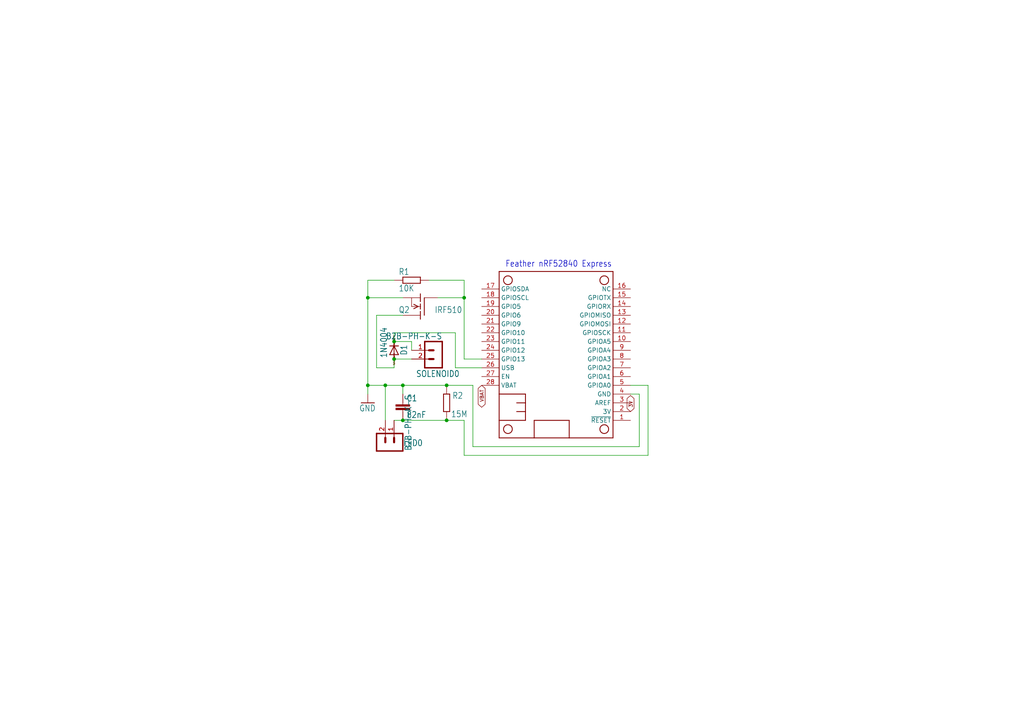
<source format=kicad_sch>
(kicad_sch (version 20230121) (generator eeschema)
  (paper "A4")
  (lib_symbols
    (symbol "working-eagle-import:1N4004"
      (property "Reference" "D" (at 2.54 0.4826 0))
      (symbol "1N4004_1_0"
        (polyline (pts (xy -1.27 -1.27) (xy 1.27 0)) (stroke (width 0.254)))
        (polyline (pts (xy -1.27 1.27) (xy -1.27 -1.27)) (stroke (width 0.254)))
        (polyline (pts (xy 1.27 0) (xy -1.27 1.27)) (stroke (width 0.254)))
        (polyline (pts (xy 1.27 0) (xy 1.27 -1.27)) (stroke (width 0.254)))
        (polyline (pts (xy 1.27 1.27) (xy 1.27 0)) (stroke (width 0.254)))
        (text "SpiceOrder 1" (at -2.54 0 0) (effects (font (size 0.4064 0.3454))))
        (text "SpiceOrder 2" (at 2.54 0 0) (effects (font (size 0.4064 0.3454))))
        (pin passive line (at -2.54 0 0) (length 2.54) (name "A") (number "A"))
        (pin passive line (at 2.54 0 180) (length 2.54) (name "C") (number "C"))
      )
    )
    (symbol "working-eagle-import:B2B-PH-K-S"
      (property "Reference" "X" (at -1.27 3.302 0))
      (symbol "B2B-PH-K-S_1_0"
        (polyline (pts (xy -1.27 2.54) (xy -1.27 -5.08)) (stroke (width 0.4064)))
        (polyline (pts (xy -1.27 2.54) (xy 3.81 2.54)) (stroke (width 0.4064)))
        (polyline (pts (xy 1.27 -2.54) (xy 2.54 -2.54)) (stroke (width 0.6096)))
        (polyline (pts (xy 1.27 0) (xy 2.54 0)) (stroke (width 0.6096)))
        (polyline (pts (xy 3.81 -5.08) (xy -1.27 -5.08)) (stroke (width 0.4064)))
        (polyline (pts (xy 3.81 -5.08) (xy 3.81 2.54)) (stroke (width 0.4064)))
        (pin passive line (at 7.62 -2.54 180) (length 5.08) (name "1") (number "1"))
        (pin passive line (at 7.62 0 180) (length 5.08) (name "2") (number "2"))
      )
    )
    (symbol "working-eagle-import:C-EU025-025X050"
      (property "Reference" "C" (at 1.524 0.381 0))
      (symbol "C-EU025-025X050_1_0"
        (rectangle (start -2.032 -2.032) (end 2.032 -1.524) (fill (type outline)))
        (rectangle (start -2.032 -1.016) (end 2.032 -0.508) (fill (type outline)))
        (polyline (pts (xy 0 -2.54) (xy 0 -2.032)) (stroke (width 0.1524)))
        (polyline (pts (xy 0 0) (xy 0 -0.508)) (stroke (width 0.1524)))
        (pin passive line (at 0 2.54 270) (length 2.54) (name "1") (number "1"))
        (pin passive line (at 0 -5.08 90) (length 2.54) (name "2") (number "2"))
      )
    )
    (symbol "working-eagle-import:FEATHERWING_NODIM"
      (symbol "FEATHERWING_NODIM_1_0"
        (polyline (pts (xy 0 0) (xy 48.26 0)) (stroke (width 0.254)))
        (polyline (pts (xy 0 12.7) (xy 0 0)) (stroke (width 0.254)))
        (polyline (pts (xy 0 22.86) (xy 0 12.7)) (stroke (width 0.254)))
        (polyline (pts (xy 0 22.86) (xy 5.08 22.86)) (stroke (width 0.254)))
        (polyline (pts (xy 0 33.02) (xy 0 22.86)) (stroke (width 0.254)))
        (polyline (pts (xy 5.08 12.7) (xy 0 12.7)) (stroke (width 0.254)))
        (polyline (pts (xy 5.08 22.86) (xy 5.08 12.7)) (stroke (width 0.254)))
        (polyline (pts (xy 5.08 25.4) (xy 7.62 25.4)) (stroke (width 0.254)))
        (polyline (pts (xy 5.08 33.02) (xy 0 33.02)) (stroke (width 0.254)))
        (polyline (pts (xy 5.08 33.02) (xy 5.08 25.4)) (stroke (width 0.254)))
        (polyline (pts (xy 7.62 25.4) (xy 10.16 25.4)) (stroke (width 0.254)))
        (polyline (pts (xy 7.62 27.94) (xy 7.62 25.4)) (stroke (width 0.254)))
        (polyline (pts (xy 10.16 25.4) (xy 12.7 25.4)) (stroke (width 0.254)))
        (polyline (pts (xy 10.16 27.94) (xy 10.16 25.4)) (stroke (width 0.254)))
        (polyline (pts (xy 12.7 25.4) (xy 12.7 33.02)) (stroke (width 0.254)))
        (polyline (pts (xy 12.7 33.02) (xy 5.08 33.02)) (stroke (width 0.254)))
        (polyline (pts (xy 48.26 0) (xy 48.26 33.02)) (stroke (width 0.254)))
        (polyline (pts (xy 48.26 33.02) (xy 12.7 33.02)) (stroke (width 0.254)))
        (circle (center 2.54 2.54) (radius 1.27) (stroke (width 0.254)))
        (circle (center 2.54 30.48) (radius 1.27) (stroke (width 0.254)))
        (circle (center 45.72 2.54) (radius 1.27) (stroke (width 0.254)))
        (circle (center 45.72 30.48) (radius 1.27) (stroke (width 0.254)))
        (pin input line (at 5.08 -5.08 90) (length 5.08) (name "~{RESET}") (number "1"))
        (pin bidirectional line (at 27.94 -5.08 90) (length 5.08) (name "GPIOA5") (number "10"))
        (pin bidirectional line (at 30.48 -5.08 90) (length 5.08) (name "GPIOSCK") (number "11"))
        (pin bidirectional line (at 33.02 -5.08 90) (length 5.08) (name "GPIOMOSI") (number "12"))
        (pin bidirectional line (at 35.56 -5.08 90) (length 5.08) (name "GPIOMISO") (number "13"))
        (pin bidirectional line (at 38.1 -5.08 90) (length 5.08) (name "GPIORX") (number "14"))
        (pin bidirectional line (at 40.64 -5.08 90) (length 5.08) (name "GPIOTX") (number "15"))
        (pin passive line (at 43.18 -5.08 90) (length 5.08) (name "NC") (number "16"))
        (pin bidirectional line (at 43.18 38.1 270) (length 5.08) (name "GPIOSDA") (number "17"))
        (pin bidirectional line (at 40.64 38.1 270) (length 5.08) (name "GPIOSCL") (number "18"))
        (pin bidirectional line (at 38.1 38.1 270) (length 5.08) (name "GPIO5") (number "19"))
        (pin power_in line (at 7.62 -5.08 90) (length 5.08) (name "3V") (number "2"))
        (pin bidirectional line (at 35.56 38.1 270) (length 5.08) (name "GPIO6") (number "20"))
        (pin bidirectional line (at 33.02 38.1 270) (length 5.08) (name "GPIO9") (number "21"))
        (pin bidirectional line (at 30.48 38.1 270) (length 5.08) (name "GPIO10") (number "22"))
        (pin bidirectional line (at 27.94 38.1 270) (length 5.08) (name "GPIO11") (number "23"))
        (pin bidirectional line (at 25.4 38.1 270) (length 5.08) (name "GPIO12") (number "24"))
        (pin bidirectional line (at 22.86 38.1 270) (length 5.08) (name "GPIO13") (number "25"))
        (pin power_in line (at 20.32 38.1 270) (length 5.08) (name "USB") (number "26"))
        (pin passive line (at 17.78 38.1 270) (length 5.08) (name "EN") (number "27"))
        (pin power_in line (at 15.24 38.1 270) (length 5.08) (name "VBAT") (number "28"))
        (pin passive line (at 10.16 -5.08 90) (length 5.08) (name "AREF") (number "3"))
        (pin power_in line (at 12.7 -5.08 90) (length 5.08) (name "GND") (number "4"))
        (pin bidirectional line (at 15.24 -5.08 90) (length 5.08) (name "GPIOA0") (number "5"))
        (pin bidirectional line (at 17.78 -5.08 90) (length 5.08) (name "GPIOA1") (number "6"))
        (pin bidirectional line (at 20.32 -5.08 90) (length 5.08) (name "GPIOA2") (number "7"))
        (pin bidirectional line (at 22.86 -5.08 90) (length 5.08) (name "GPIOA3") (number "8"))
        (pin bidirectional line (at 25.4 -5.08 90) (length 5.08) (name "GPIOA4") (number "9"))
      )
    )
    (symbol "working-eagle-import:GND" (power)
      (property "Value" "GND" (at -2.54 -2.54 0))
      (symbol "GND_1_0"
        (polyline (pts (xy -1.905 0) (xy 1.905 0)) (stroke (width 0.254)))
        (pin power_in line (at 0 2.54 270) (length 2.54) (name "GND") (number "1"))
      )
    )
    (symbol "working-eagle-import:IRF510"
      (property "Reference" "Q" (at -11.43 2.54 0))
      (symbol "IRF510_1_0"
        (polyline (pts (xy -2.54 -2.54) (xy -1.2192 -2.54)) (stroke (width 0.1524)))
        (polyline (pts (xy -1.143 2.54) (xy -1.143 -2.54)) (stroke (width 0.254)))
        (polyline (pts (xy 0 -1.397) (xy 0 -3.683)) (stroke (width 0.254)))
        (polyline (pts (xy 0 0) (xy 0 -0.762)) (stroke (width 0.254)))
        (polyline (pts (xy 0 0) (xy 0.635 0)) (stroke (width 0.1524)))
        (polyline (pts (xy 0 0.762) (xy 0 0)) (stroke (width 0.254)))
        (polyline (pts (xy 0 3.683) (xy 0 1.397)) (stroke (width 0.254)))
        (polyline (pts (xy 0.635 0) (xy 2.54 0)) (stroke (width 0.1524)))
        (polyline (pts (xy 1.905 -0.635) (xy 0.635 0)) (stroke (width 0.254)))
        (polyline (pts (xy 1.905 0.635) (xy 0.635 0)) (stroke (width 0.254)))
        (polyline (pts (xy 2.54 0) (xy 2.54 -2.54)) (stroke (width 0.1524)))
        (pin passive line (at -5.08 -2.54 0) (length 2.54) (name "G") (number "1"))
        (pin passive line (at 5.08 2.54 180) (length 5.08) (name "D") (number "2"))
        (pin passive line (at 5.08 -2.54 180) (length 5.08) (name "S") (number "3"))
      )
    )
    (symbol "working-eagle-import:R-EU_0207/10"
      (property "Reference" "R" (at -3.81 1.4986 0))
      (symbol "R-EU_0207/10_1_0"
        (polyline (pts (xy -2.54 -0.889) (xy -2.54 0.889)) (stroke (width 0.254)))
        (polyline (pts (xy -2.54 -0.889) (xy 2.54 -0.889)) (stroke (width 0.254)))
        (polyline (pts (xy 2.54 -0.889) (xy 2.54 0.889)) (stroke (width 0.254)))
        (polyline (pts (xy 2.54 0.889) (xy -2.54 0.889)) (stroke (width 0.254)))
        (pin passive line (at -5.08 0 0) (length 2.54) (name "1") (number "1"))
        (pin passive line (at 5.08 0 180) (length 2.54) (name "2") (number "2"))
      )
    )
    (symbol "working-eagle-import:R-EU_0414/15"
      (property "Reference" "R" (at -3.81 1.4986 0))
      (symbol "R-EU_0414/15_1_0"
        (polyline (pts (xy -2.54 -0.889) (xy -2.54 0.889)) (stroke (width 0.254)))
        (polyline (pts (xy -2.54 -0.889) (xy 2.54 -0.889)) (stroke (width 0.254)))
        (polyline (pts (xy 2.54 -0.889) (xy 2.54 0.889)) (stroke (width 0.254)))
        (polyline (pts (xy 2.54 0.889) (xy -2.54 0.889)) (stroke (width 0.254)))
        (pin passive line (at -5.08 0 0) (length 2.54) (name "1") (number "1"))
        (pin passive line (at 5.08 0 180) (length 2.54) (name "2") (number "2"))
      )
    )
  )
  (junction (at 114.3 99.06))
  (junction (at 116.84 121.92))
  (junction (at 106.68 111.76))
  (junction (at 114.3 104.14))
  (junction (at 129.54 111.76))
  (junction (at 129.54 121.92))
  (junction (at 134.62 86.36))
  (junction (at 111.76 111.76))
  (junction (at 106.68 86.36))
  (junction (at 116.84 111.76))
  (wire (pts (xy 187.96 111.76) (xy 187.96 132.08)) (stroke (width 0.1524)))
  (wire (pts (xy 109.22 91.44) (xy 109.22 106.68)) (stroke (width 0.1524)))
  (wire (pts (xy 116.84 91.44) (xy 109.22 91.44)) (stroke (width 0.1524)))
  (wire (pts (xy 134.62 104.14) (xy 134.62 86.36)) (stroke (width 0.1524)))
  (wire (pts (xy 137.16 129.54) (xy 137.16 111.76)) (stroke (width 0.1524)))
  (wire (pts (xy 114.3 106.68) (xy 114.3 104.14)) (stroke (width 0.1524)))
  (wire (pts (xy 139.7 106.68) (xy 132.08 106.68)) (stroke (width 0.1524)))
  (wire (pts (xy 114.3 96.52) (xy 114.3 99.06)) (stroke (width 0.1524)))
  (wire (pts (xy 182.88 114.3) (xy 185.42 114.3)) (stroke (width 0.1524)))
  (wire (pts (xy 116.84 114.3) (xy 116.84 111.76)) (stroke (width 0.1524)))
  (wire (pts (xy 132.08 106.68) (xy 132.08 96.52)) (stroke (width 0.1524)))
  (wire (pts (xy 124.46 81.28) (xy 134.62 81.28)) (stroke (width 0.1524)))
  (wire (pts (xy 116.84 111.76) (xy 129.54 111.76)) (stroke (width 0.1524)))
  (wire (pts (xy 116.84 111.76) (xy 111.76 111.76)) (stroke (width 0.1524)))
  (wire (pts (xy 109.22 106.68) (xy 114.3 106.68)) (stroke (width 0.1524)))
  (wire (pts (xy 134.62 86.36) (xy 127 86.36)) (stroke (width 0.1524)))
  (wire (pts (xy 106.68 111.76) (xy 106.68 114.3)) (stroke (width 0.1524)))
  (wire (pts (xy 129.54 121.92) (xy 116.84 121.92)) (stroke (width 0.1524)))
  (wire (pts (xy 116.84 86.36) (xy 106.68 86.36)) (stroke (width 0.1524)))
  (wire (pts (xy 116.84 121.92) (xy 114.3 121.92)) (stroke (width 0.1524)))
  (wire (pts (xy 132.08 96.52) (xy 114.3 96.52)) (stroke (width 0.1524)))
  (wire (pts (xy 134.62 132.08) (xy 134.62 121.92)) (stroke (width 0.1524)))
  (wire (pts (xy 119.38 99.06) (xy 114.3 99.06)) (stroke (width 0.1524)))
  (wire (pts (xy 106.68 81.28) (xy 106.68 86.36)) (stroke (width 0.1524)))
  (wire (pts (xy 185.42 114.3) (xy 185.42 129.54)) (stroke (width 0.1524)))
  (wire (pts (xy 114.3 81.28) (xy 106.68 81.28)) (stroke (width 0.1524)))
  (wire (pts (xy 134.62 81.28) (xy 134.62 86.36)) (stroke (width 0.1524)))
  (wire (pts (xy 129.54 111.76) (xy 137.16 111.76)) (stroke (width 0.1524)))
  (wire (pts (xy 187.96 132.08) (xy 134.62 132.08)) (stroke (width 0.1524)))
  (wire (pts (xy 119.38 101.6) (xy 119.38 99.06)) (stroke (width 0.1524)))
  (wire (pts (xy 182.88 111.76) (xy 187.96 111.76)) (stroke (width 0.1524)))
  (wire (pts (xy 134.62 121.92) (xy 129.54 121.92)) (stroke (width 0.1524)))
  (wire (pts (xy 111.76 121.92) (xy 111.76 111.76)) (stroke (width 0.1524)))
  (wire (pts (xy 114.3 104.14) (xy 119.38 104.14)) (stroke (width 0.1524)))
  (wire (pts (xy 106.68 86.36) (xy 106.68 111.76)) (stroke (width 0.1524)))
  (wire (pts (xy 111.76 111.76) (xy 106.68 111.76)) (stroke (width 0.1524)))
  (wire (pts (xy 134.62 104.14) (xy 139.7 104.14)) (stroke (width 0.1524)))
  (wire (pts (xy 185.42 129.54) (xy 137.16 129.54)) (stroke (width 0.1524)))
  (text "Feather nRF52840 Express" (at 146.558 77.724 0) (effects (font (size 1.778 1.5113)) (justify left bottom)))
  (global_label "VBAT" (shape bidirectional) (at 139.7 111.76 270) (effects (font (size 1.016 1.016))) (property "Intersheetrefs" "${INTERSHEET_REFS}" (effects hide)))
  (global_label "3V" (shape bidirectional) (at 182.88 119.38 90) (effects (font (size 1.016 1.016))) (property "Intersheetrefs" "${INTERSHEET_REFS}" (effects hide)))
  (symbol (lib_id "working-eagle-import:1N4004") (at 114.3 101.6 90) (unit 1)
    (property "Reference" "D1" (at 118.1354 103.124 0) (effects (font (size 1.778 1.5113)) (justify left bottom)))
    (property "Value" "1N4004" (at 112.2934 103.886 0) (effects (font (size 1.778 1.5113)) (justify left bottom)))
    (property "Footprint" "working:DO41-10" (effects hide))
  )
  (symbol (lib_id "working-eagle-import:FEATHERWING_NODIM") (at 177.8 127 90) (unit 1)
    (property "Reference" "MS1" (effects hide))
    (property "Value" "FEATHERWING_NODIM" (effects hide))
    (property "Footprint" "working:FEATHERWING_DIM" (effects hide))
  )
  (symbol (lib_id "working-eagle-import:IRF510") (at 121.92 88.9 180) (unit 1)
    (property "Reference" "Q2" (at 118.872 88.9 0) (effects (font (size 1.778 1.5113)) (justify left bottom)))
    (property "Value" "IRF510" (at 134.112 88.9 0) (effects (font (size 1.778 1.5113)) (justify left bottom)))
    (property "Footprint" "working:TO220" (effects hide))
  )
  (symbol (lib_id "working-eagle-import:GND") (at 106.68 116.84 0) (unit 1)
    (property "Reference" "#GND1" (effects hide))
    (property "Value" "GND" (at 104.14 119.38 0) (effects (font (size 1.778 1.5113)) (justify left bottom)))
  )
  (symbol (lib_id "working-eagle-import:R-EU_0414/15") (at 129.54 116.84 90) (unit 1)
    (property "Reference" "R2" (at 134.366 113.7666 90) (effects (font (size 1.778 1.5113)) (justify left bottom)))
    (property "Value" "15M" (at 135.636 119.126 90) (effects (font (size 1.778 1.5113)) (justify left bottom)))
    (property "Footprint" "working:0414_15" (effects hide))
  )
  (symbol (lib_id "working-eagle-import:C-EU025-025X050") (at 116.84 116.84 0) (unit 1)
    (property "Reference" "C1" (at 117.856 116.459 0) (effects (font (size 1.778 1.5113)) (justify left bottom)))
    (property "Value" "82nF" (at 117.856 121.285 0) (effects (font (size 1.778 1.5113)) (justify left bottom)))
    (property "Footprint" "working:C025-025X050" (effects hide))
  )
  (symbol (lib_id "working-eagle-import:R-EU_0207/10") (at 119.38 81.28 0) (unit 1)
    (property "Reference" "R1" (at 115.57 79.7814 0) (effects (font (size 1.778 1.5113)) (justify left bottom)))
    (property "Value" "10K" (at 115.57 84.582 0) (effects (font (size 1.778 1.5113)) (justify left bottom)))
    (property "Footprint" "working:0207_10" (effects hide))
  )
  (symbol (lib_id "working-eagle-import:B2B-PH-K-S") (at 111.76 129.54 90) (unit 1)
    (property "Reference" "LED0" (at 122.682 127.508 90) (effects (font (size 1.778 1.5113)) (justify left bottom)))
    (property "Value" "B2B-PH-K-S" (at 119.38 130.81 0) (effects (font (size 1.778 1.5113)) (justify left bottom)))
    (property "Footprint" "working:B2B-PH-K-S" (effects hide))
  )
  (symbol (lib_id "working-eagle-import:B2B-PH-K-S") (at 127 104.14 180) (unit 1)
    (property "Reference" "SOLENOID0" (at 133.35 107.442 0) (effects (font (size 1.778 1.5113)) (justify left bottom)))
    (property "Value" "B2B-PH-K-S" (at 128.27 96.52 0) (effects (font (size 1.778 1.5113)) (justify left bottom)))
    (property "Footprint" "working:B2B-PH-K-S" (effects hide))
  )
)
</source>
